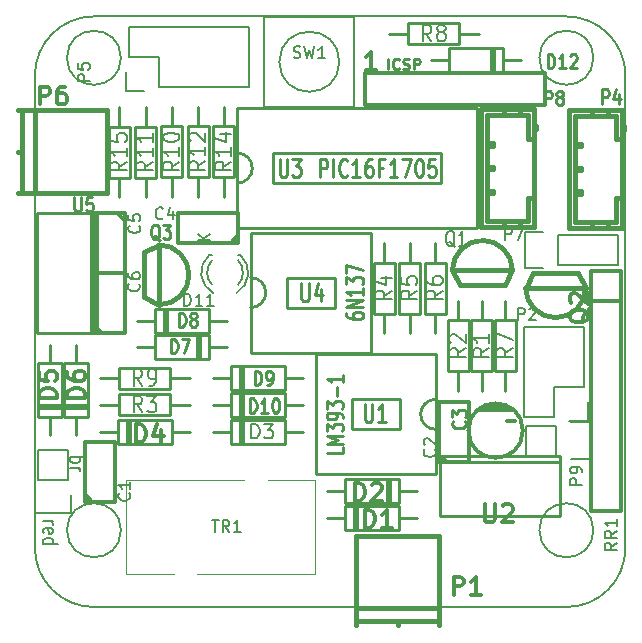
<source format=gto>
G04 #@! TF.FileFunction,Legend,Top*
%FSLAX46Y46*%
G04 Gerber Fmt 4.6, Leading zero omitted, Abs format (unit mm)*
G04 Created by KiCad (PCBNEW 4.0.2+dfsg1-stable) date Sa 04 Feb 2017 00:32:55 CET*
%MOMM*%
G01*
G04 APERTURE LIST*
%ADD10C,0.100000*%
%ADD11C,0.200000*%
%ADD12C,0.300000*%
%ADD13C,0.150000*%
%ADD14C,0.381000*%
%ADD15C,0.254000*%
%ADD16C,0.304800*%
%ADD17C,0.317500*%
%ADD18C,0.285750*%
%ADD19C,0.287020*%
%ADD20C,0.250000*%
%ADD21C,0.203200*%
%ADD22C,0.222250*%
G04 APERTURE END LIST*
D10*
D11*
X98009143Y-117332190D02*
X99209143Y-117332190D01*
X98752000Y-117332190D02*
X98809143Y-117427428D01*
X98809143Y-117617905D01*
X98752000Y-117713143D01*
X98694857Y-117760762D01*
X98580571Y-117808381D01*
X98237714Y-117808381D01*
X98123429Y-117760762D01*
X98066286Y-117713143D01*
X98009143Y-117617905D01*
X98009143Y-117427428D01*
X98066286Y-117332190D01*
X98009143Y-118236952D02*
X98809143Y-118236952D01*
X98580571Y-118236952D02*
X98694857Y-118284571D01*
X98752000Y-118332190D01*
X98809143Y-118427428D01*
X98809143Y-118522667D01*
X95723143Y-122745619D02*
X96523143Y-122745619D01*
X96294571Y-122745619D02*
X96408857Y-122793238D01*
X96466000Y-122840857D01*
X96523143Y-122936095D01*
X96523143Y-123031334D01*
X95780286Y-123745620D02*
X95723143Y-123650382D01*
X95723143Y-123459905D01*
X95780286Y-123364667D01*
X95894571Y-123317048D01*
X96351714Y-123317048D01*
X96466000Y-123364667D01*
X96523143Y-123459905D01*
X96523143Y-123650382D01*
X96466000Y-123745620D01*
X96351714Y-123793239D01*
X96237429Y-123793239D01*
X96123143Y-123317048D01*
X95723143Y-124650382D02*
X96923143Y-124650382D01*
X95780286Y-124650382D02*
X95723143Y-124555144D01*
X95723143Y-124364667D01*
X95780286Y-124269429D01*
X95837429Y-124221810D01*
X95951714Y-124174191D01*
X96294571Y-124174191D01*
X96408857Y-124221810D01*
X96466000Y-124269429D01*
X96523143Y-124364667D01*
X96523143Y-124555144D01*
X96466000Y-124650382D01*
D12*
X123872572Y-84498571D02*
X123015429Y-84498571D01*
X123444001Y-84498571D02*
X123444001Y-82998571D01*
X123301144Y-83212857D01*
X123158286Y-83355714D01*
X123015429Y-83427143D01*
D13*
X100000000Y-80000000D02*
G75*
G03X95000000Y-85000000I0J-5000000D01*
G01*
X145000000Y-85000000D02*
G75*
G03X140000000Y-80000000I-5000000J0D01*
G01*
X140000000Y-130000000D02*
G75*
G03X145000000Y-125000000I0J5000000D01*
G01*
X95000000Y-125000000D02*
G75*
G03X100000000Y-130000000I5000000J0D01*
G01*
X95000000Y-85000000D02*
X95000000Y-125000000D01*
X140000000Y-80000000D02*
X100000000Y-80000000D01*
X145000000Y-125000000D02*
X145000000Y-85000000D01*
X100000000Y-130000000D02*
X140000000Y-130000000D01*
D14*
X125730000Y-131162000D02*
X125730000Y-131562000D01*
X122230000Y-130062000D02*
X129230000Y-130062000D01*
X122230000Y-131162000D02*
X129230000Y-131162000D01*
X122230000Y-123962000D02*
X122230000Y-131562000D01*
X129230000Y-131562000D02*
X129230000Y-123962000D01*
X129230000Y-123962000D02*
X122230000Y-123962000D01*
D13*
X102286000Y-83500000D02*
G75*
G03X102286000Y-83500000I-2286000J0D01*
G01*
X142286000Y-83500000D02*
G75*
G03X142286000Y-83500000I-2286000J0D01*
G01*
X142286000Y-123500000D02*
G75*
G03X142286000Y-123500000I-2286000J0D01*
G01*
X102286000Y-123500000D02*
G75*
G03X102286000Y-123500000I-2286000J0D01*
G01*
D14*
X135432800Y-101498400D02*
X130352800Y-101498400D01*
X135432800Y-101498400D02*
X134797800Y-102768400D01*
X134797800Y-102768400D02*
X130987800Y-102768400D01*
X130987800Y-102768400D02*
X130352800Y-101498400D01*
X135432800Y-101498400D02*
G75*
G03X132892800Y-98958400I-2540000J0D01*
G01*
X132892800Y-98958400D02*
G75*
G03X130352800Y-101498400I0J-2540000D01*
G01*
D15*
X121818400Y-112420400D02*
X125882400Y-112420400D01*
X125882400Y-114960400D02*
X121818400Y-114960400D01*
X118770400Y-108610400D02*
X128930400Y-108610400D01*
X118770400Y-118770400D02*
X128930400Y-118770400D01*
X127660400Y-113690400D02*
G75*
G03X128930400Y-114960400I1270000J0D01*
G01*
X128930400Y-112420400D02*
G75*
G03X127660400Y-113690400I0J-1270000D01*
G01*
X125882400Y-114960400D02*
X125882400Y-112420400D01*
X121818400Y-112420400D02*
X121818400Y-114960400D01*
X118770400Y-118770400D02*
X118770400Y-108610400D01*
X128930400Y-108610400D02*
X128930400Y-118770400D01*
D13*
X105549700Y-85991700D02*
X113169700Y-85991700D01*
X113169700Y-85991700D02*
X113169700Y-80911700D01*
X113169700Y-80911700D02*
X103009700Y-80911700D01*
X103009700Y-80911700D02*
X103009700Y-83451700D01*
X102729700Y-84721700D02*
X102729700Y-86271700D01*
X103009700Y-83451700D02*
X105549700Y-83451700D01*
X105549700Y-83451700D02*
X105549700Y-85991700D01*
X102729700Y-86271700D02*
X104279700Y-86271700D01*
D15*
X129413000Y-94107000D02*
X115189000Y-94107000D01*
X115189000Y-91567000D02*
X129413000Y-91567000D01*
X132461000Y-87757000D02*
X112141000Y-87757000D01*
X112141000Y-97917000D02*
X132461000Y-97917000D01*
X113411000Y-92837000D02*
G75*
G03X112141000Y-91567000I-1270000J0D01*
G01*
X112141000Y-94107000D02*
G75*
G03X113411000Y-92837000I0J1270000D01*
G01*
X115189000Y-91567000D02*
X115189000Y-94107000D01*
X129413000Y-94107000D02*
X129413000Y-91567000D01*
X132461000Y-87757000D02*
X132461000Y-97917000D01*
X112141000Y-97917000D02*
X112141000Y-87757000D01*
D16*
X99212400Y-121056400D02*
X99212400Y-116027200D01*
X99212400Y-116027200D02*
X101752400Y-116027200D01*
X101752400Y-116027200D02*
X101752400Y-121107200D01*
X101752400Y-121107200D02*
X99212400Y-121107200D01*
X99847400Y-121107200D02*
X99212400Y-120472200D01*
X129235200Y-117703600D02*
X129235200Y-112674400D01*
X129235200Y-112674400D02*
X131775200Y-112674400D01*
X131775200Y-112674400D02*
X131775200Y-117754400D01*
X131775200Y-117754400D02*
X129235200Y-117754400D01*
X129870200Y-117754400D02*
X129235200Y-117119400D01*
X112166400Y-99161600D02*
X107137200Y-99161600D01*
X107137200Y-99161600D02*
X107137200Y-96621600D01*
X107137200Y-96621600D02*
X112217200Y-96621600D01*
X112217200Y-96621600D02*
X112217200Y-99161600D01*
X112217200Y-98526600D02*
X111582200Y-99161600D01*
D15*
X122021600Y-121462800D02*
X122021600Y-123494800D01*
X122275600Y-123494800D02*
X122275600Y-121462800D01*
X119735600Y-122478800D02*
X121259600Y-122478800D01*
X125831600Y-122478800D02*
X127355600Y-122478800D01*
X125831600Y-123494800D02*
X121259600Y-123494800D01*
X121259600Y-123494800D02*
X121259600Y-121462800D01*
X121259600Y-121462800D02*
X125831600Y-121462800D01*
X125831600Y-121462800D02*
X125831600Y-123494800D01*
X125069600Y-121208800D02*
X125069600Y-119176800D01*
X124815600Y-119176800D02*
X124815600Y-121208800D01*
X127355600Y-120192800D02*
X125831600Y-120192800D01*
X121259600Y-120192800D02*
X119735600Y-120192800D01*
X121259600Y-119176800D02*
X125831600Y-119176800D01*
X125831600Y-119176800D02*
X125831600Y-121208800D01*
X125831600Y-121208800D02*
X121259600Y-121208800D01*
X121259600Y-121208800D02*
X121259600Y-119176800D01*
X112344200Y-114173000D02*
X112344200Y-116205000D01*
X112598200Y-116205000D02*
X112598200Y-114173000D01*
X110058200Y-115189000D02*
X111582200Y-115189000D01*
X116154200Y-115189000D02*
X117678200Y-115189000D01*
X116154200Y-116205000D02*
X111582200Y-116205000D01*
X111582200Y-116205000D02*
X111582200Y-114173000D01*
X111582200Y-114173000D02*
X116154200Y-114173000D01*
X116154200Y-114173000D02*
X116154200Y-116205000D01*
X102768400Y-114198400D02*
X102768400Y-116230400D01*
X103022400Y-116230400D02*
X103022400Y-114198400D01*
X100482400Y-115214400D02*
X102006400Y-115214400D01*
X106578400Y-115214400D02*
X108102400Y-115214400D01*
X106578400Y-116230400D02*
X102006400Y-116230400D01*
X102006400Y-116230400D02*
X102006400Y-114198400D01*
X102006400Y-114198400D02*
X106578400Y-114198400D01*
X106578400Y-114198400D02*
X106578400Y-116230400D01*
X95250000Y-113182400D02*
X97282000Y-113182400D01*
X97282000Y-112928400D02*
X95250000Y-112928400D01*
X96266000Y-115468400D02*
X96266000Y-113944400D01*
X96266000Y-109372400D02*
X96266000Y-107848400D01*
X97282000Y-109372400D02*
X97282000Y-113944400D01*
X97282000Y-113944400D02*
X95250000Y-113944400D01*
X95250000Y-113944400D02*
X95250000Y-109372400D01*
X95250000Y-109372400D02*
X97282000Y-109372400D01*
X97485200Y-113182400D02*
X99517200Y-113182400D01*
X99517200Y-112928400D02*
X97485200Y-112928400D01*
X98501200Y-115468400D02*
X98501200Y-113944400D01*
X98501200Y-109372400D02*
X98501200Y-107848400D01*
X99517200Y-109372400D02*
X99517200Y-113944400D01*
X99517200Y-113944400D02*
X97485200Y-113944400D01*
X97485200Y-113944400D02*
X97485200Y-109372400D01*
X97485200Y-109372400D02*
X99517200Y-109372400D01*
X109016800Y-109016800D02*
X109016800Y-106984800D01*
X108762800Y-106984800D02*
X108762800Y-109016800D01*
X111302800Y-108000800D02*
X109778800Y-108000800D01*
X105206800Y-108000800D02*
X103682800Y-108000800D01*
X105206800Y-106984800D02*
X109778800Y-106984800D01*
X109778800Y-106984800D02*
X109778800Y-109016800D01*
X109778800Y-109016800D02*
X105206800Y-109016800D01*
X105206800Y-109016800D02*
X105206800Y-106984800D01*
X105968800Y-104800400D02*
X105968800Y-106832400D01*
X106222800Y-106832400D02*
X106222800Y-104800400D01*
X103682800Y-105816400D02*
X105206800Y-105816400D01*
X109778800Y-105816400D02*
X111302800Y-105816400D01*
X109778800Y-106832400D02*
X105206800Y-106832400D01*
X105206800Y-106832400D02*
X105206800Y-104800400D01*
X105206800Y-104800400D02*
X109778800Y-104800400D01*
X109778800Y-104800400D02*
X109778800Y-106832400D01*
X112395000Y-109601000D02*
X112395000Y-111633000D01*
X112649000Y-111633000D02*
X112649000Y-109601000D01*
X110109000Y-110617000D02*
X111633000Y-110617000D01*
X116205000Y-110617000D02*
X117729000Y-110617000D01*
X116205000Y-111633000D02*
X111633000Y-111633000D01*
X111633000Y-111633000D02*
X111633000Y-109601000D01*
X111633000Y-109601000D02*
X116205000Y-109601000D01*
X116205000Y-109601000D02*
X116205000Y-111633000D01*
D13*
X141528800Y-111404400D02*
X141528800Y-106324400D01*
X141808800Y-114224400D02*
X140258800Y-114224400D01*
X138988800Y-113944400D02*
X138988800Y-111404400D01*
X138988800Y-111404400D02*
X141528800Y-111404400D01*
X141528800Y-106324400D02*
X136448800Y-106324400D01*
X136448800Y-106324400D02*
X136448800Y-111404400D01*
X141808800Y-114224400D02*
X141808800Y-112674400D01*
X136448800Y-113944400D02*
X138988800Y-113944400D01*
X136448800Y-111404400D02*
X136448800Y-113944400D01*
D14*
X136550400Y-102971600D02*
X141630400Y-102971600D01*
X136550400Y-102971600D02*
X137185400Y-101701600D01*
X137185400Y-101701600D02*
X140995400Y-101701600D01*
X140995400Y-101701600D02*
X141630400Y-102971600D01*
X136550400Y-102971600D02*
G75*
G03X139090400Y-105511600I2540000J0D01*
G01*
X139090400Y-105511600D02*
G75*
G03X141630400Y-102971600I0J2540000D01*
G01*
D15*
X132842000Y-110058200D02*
X132842000Y-111709200D01*
X132842000Y-105740200D02*
X132842000Y-104089200D01*
X133731000Y-105740200D02*
X131953000Y-105740200D01*
X131953000Y-105740200D02*
X131953000Y-110058200D01*
X131953000Y-110058200D02*
X133731000Y-110058200D01*
X133731000Y-110058200D02*
X133731000Y-105740200D01*
X130860800Y-110058200D02*
X130860800Y-111709200D01*
X130860800Y-105740200D02*
X130860800Y-104089200D01*
X131749800Y-105740200D02*
X129971800Y-105740200D01*
X129971800Y-105740200D02*
X129971800Y-110058200D01*
X129971800Y-110058200D02*
X131749800Y-110058200D01*
X131749800Y-110058200D02*
X131749800Y-105740200D01*
X106451400Y-112877600D02*
X108102400Y-112877600D01*
X102133400Y-112877600D02*
X100482400Y-112877600D01*
X102133400Y-111988600D02*
X102133400Y-113766600D01*
X102133400Y-113766600D02*
X106451400Y-113766600D01*
X106451400Y-113766600D02*
X106451400Y-111988600D01*
X106451400Y-111988600D02*
X102133400Y-111988600D01*
X124587000Y-105156000D02*
X124587000Y-106807000D01*
X124587000Y-100838000D02*
X124587000Y-99187000D01*
X125476000Y-100838000D02*
X123698000Y-100838000D01*
X123698000Y-100838000D02*
X123698000Y-105156000D01*
X123698000Y-105156000D02*
X125476000Y-105156000D01*
X125476000Y-105156000D02*
X125476000Y-100838000D01*
X126746000Y-105156000D02*
X126746000Y-106807000D01*
X126746000Y-100838000D02*
X126746000Y-99187000D01*
X127635000Y-100838000D02*
X125857000Y-100838000D01*
X125857000Y-100838000D02*
X125857000Y-105156000D01*
X125857000Y-105156000D02*
X127635000Y-105156000D01*
X127635000Y-105156000D02*
X127635000Y-100838000D01*
X128905000Y-105156000D02*
X128905000Y-106807000D01*
X128905000Y-100838000D02*
X128905000Y-99187000D01*
X129794000Y-100838000D02*
X128016000Y-100838000D01*
X128016000Y-100838000D02*
X128016000Y-105156000D01*
X128016000Y-105156000D02*
X129794000Y-105156000D01*
X129794000Y-105156000D02*
X129794000Y-100838000D01*
X134823200Y-110058200D02*
X134823200Y-111709200D01*
X134823200Y-105740200D02*
X134823200Y-104089200D01*
X135712200Y-105740200D02*
X133934200Y-105740200D01*
X133934200Y-105740200D02*
X133934200Y-110058200D01*
X133934200Y-110058200D02*
X135712200Y-110058200D01*
X135712200Y-110058200D02*
X135712200Y-105740200D01*
X130937000Y-81483200D02*
X132588000Y-81483200D01*
X126619000Y-81483200D02*
X124968000Y-81483200D01*
X126619000Y-80594200D02*
X126619000Y-82372200D01*
X126619000Y-82372200D02*
X130937000Y-82372200D01*
X130937000Y-82372200D02*
X130937000Y-80594200D01*
X130937000Y-80594200D02*
X126619000Y-80594200D01*
D17*
X144627600Y-101549200D02*
X144627600Y-121869200D01*
X142087600Y-121869200D02*
X142087600Y-101549200D01*
D16*
X144627600Y-104089200D02*
X142087600Y-104089200D01*
D17*
X144627600Y-121869200D02*
X142087600Y-121869200D01*
D16*
X142087600Y-101549200D02*
X144627600Y-101549200D01*
D10*
X106744000Y-127240800D02*
X102744000Y-127240800D01*
X118744000Y-127240800D02*
X108744000Y-127240800D01*
X112744000Y-119240800D02*
X102744000Y-119240800D01*
X118744000Y-119240800D02*
X114744000Y-119240800D01*
X102744000Y-119240800D02*
X102744000Y-127240800D01*
X118744000Y-119240800D02*
X118744000Y-127240800D01*
D16*
X102616000Y-96723200D02*
X102616000Y-101752400D01*
X102616000Y-101752400D02*
X100076000Y-101752400D01*
X100076000Y-101752400D02*
X100076000Y-96672400D01*
X100076000Y-96672400D02*
X102616000Y-96672400D01*
X101981000Y-96672400D02*
X102616000Y-97307400D01*
X100076000Y-106781600D02*
X100076000Y-101752400D01*
X100076000Y-101752400D02*
X102616000Y-101752400D01*
X102616000Y-101752400D02*
X102616000Y-106832400D01*
X102616000Y-106832400D02*
X100076000Y-106832400D01*
X100711000Y-106832400D02*
X100076000Y-106197400D01*
D15*
X112395000Y-111887000D02*
X112395000Y-113919000D01*
X112649000Y-113919000D02*
X112649000Y-111887000D01*
X110109000Y-112903000D02*
X111633000Y-112903000D01*
X116205000Y-112903000D02*
X117729000Y-112903000D01*
X116205000Y-113919000D02*
X111633000Y-113919000D01*
X111633000Y-113919000D02*
X111633000Y-111887000D01*
X111633000Y-111887000D02*
X116205000Y-111887000D01*
X116205000Y-111887000D02*
X116205000Y-113919000D01*
D13*
X109785600Y-100181800D02*
X109985600Y-100181800D01*
X112379600Y-100181800D02*
X112199600Y-100181800D01*
X112069243Y-103409544D02*
G75*
G03X112385600Y-100181800I-1003643J1727744D01*
G01*
X112198668Y-102733806D02*
G75*
G03X112199600Y-100630800I-1133068J1052006D01*
G01*
X109758874Y-100194580D02*
G75*
G03X110105600Y-103431800I1306726J-1497220D01*
G01*
X109986347Y-100667911D02*
G75*
G03X110005600Y-102715800I1079253J-1013889D01*
G01*
D16*
X122986800Y-87528400D02*
X138226800Y-87528400D01*
X138226800Y-87528400D02*
X138226800Y-84785200D01*
X138226800Y-84785200D02*
X122986800Y-84785200D01*
X122986800Y-84785200D02*
X122986800Y-87528400D01*
D13*
X95250000Y-119227600D02*
X95250000Y-116687600D01*
X94970000Y-122047600D02*
X94970000Y-120497600D01*
X95250000Y-119227600D02*
X97790000Y-119227600D01*
X98070000Y-120497600D02*
X98070000Y-122047600D01*
X98070000Y-122047600D02*
X94970000Y-122047600D01*
X97790000Y-119227600D02*
X97790000Y-116687600D01*
X97790000Y-116687600D02*
X95250000Y-116687600D01*
D14*
X93932800Y-91440000D02*
X93532800Y-91440000D01*
X95032800Y-87940000D02*
X95032800Y-94940000D01*
X93932800Y-87940000D02*
X93932800Y-94940000D01*
X101132800Y-87940000D02*
X93532800Y-87940000D01*
X93532800Y-94940000D02*
X101132800Y-94940000D01*
X101132800Y-94940000D02*
X101132800Y-87940000D01*
X105511600Y-104419400D02*
X105511600Y-99339400D01*
X105511600Y-104419400D02*
X104241600Y-103784400D01*
X104241600Y-103784400D02*
X104241600Y-99974400D01*
X104241600Y-99974400D02*
X105511600Y-99339400D01*
X105511600Y-104419400D02*
G75*
G03X108051600Y-101879400I0J2540000D01*
G01*
X108051600Y-101879400D02*
G75*
G03X105511600Y-99339400I-2540000J0D01*
G01*
D15*
X102133400Y-110617000D02*
X100482400Y-110617000D01*
X106451400Y-110617000D02*
X108102400Y-110617000D01*
X106451400Y-111506000D02*
X106451400Y-109728000D01*
X106451400Y-109728000D02*
X102133400Y-109728000D01*
X102133400Y-109728000D02*
X102133400Y-111506000D01*
X102133400Y-111506000D02*
X106451400Y-111506000D01*
X106603800Y-93624400D02*
X106603800Y-95275400D01*
X106603800Y-89306400D02*
X106603800Y-87655400D01*
X107492800Y-89306400D02*
X105714800Y-89306400D01*
X105714800Y-89306400D02*
X105714800Y-93624400D01*
X105714800Y-93624400D02*
X107492800Y-93624400D01*
X107492800Y-93624400D02*
X107492800Y-89306400D01*
X104368600Y-93649800D02*
X104368600Y-95300800D01*
X104368600Y-89331800D02*
X104368600Y-87680800D01*
X105257600Y-89331800D02*
X103479600Y-89331800D01*
X103479600Y-89331800D02*
X103479600Y-93649800D01*
X103479600Y-93649800D02*
X105257600Y-93649800D01*
X105257600Y-93649800D02*
X105257600Y-89331800D01*
X108813600Y-93599000D02*
X108813600Y-95250000D01*
X108813600Y-89281000D02*
X108813600Y-87630000D01*
X109702600Y-89281000D02*
X107924600Y-89281000D01*
X107924600Y-89281000D02*
X107924600Y-93599000D01*
X107924600Y-93599000D02*
X109702600Y-93599000D01*
X109702600Y-93599000D02*
X109702600Y-89281000D01*
X110998000Y-93624400D02*
X110998000Y-95275400D01*
X110998000Y-89306400D02*
X110998000Y-87655400D01*
X111887000Y-89306400D02*
X110109000Y-89306400D01*
X110109000Y-89306400D02*
X110109000Y-93624400D01*
X110109000Y-93624400D02*
X111887000Y-93624400D01*
X111887000Y-93624400D02*
X111887000Y-89306400D01*
X102158800Y-89331800D02*
X102158800Y-87680800D01*
X102158800Y-93649800D02*
X102158800Y-95300800D01*
X101269800Y-93649800D02*
X103047800Y-93649800D01*
X103047800Y-93649800D02*
X103047800Y-89331800D01*
X103047800Y-89331800D02*
X101269800Y-89331800D01*
X101269800Y-89331800D02*
X101269800Y-93649800D01*
D13*
X139293600Y-101041200D02*
X144373600Y-101041200D01*
X144373600Y-101041200D02*
X144373600Y-98501200D01*
X144373600Y-98501200D02*
X139293600Y-98501200D01*
X136473600Y-98221200D02*
X138023600Y-98221200D01*
X139293600Y-98501200D02*
X139293600Y-101041200D01*
X138023600Y-101321200D02*
X136473600Y-101321200D01*
X136473600Y-101321200D02*
X136473600Y-98221200D01*
D15*
X129286000Y-117703600D02*
X139446000Y-117703600D01*
X129286000Y-118465600D02*
X129286000Y-122275600D01*
X129286000Y-122275600D02*
X139446000Y-122275600D01*
X139446000Y-122275600D02*
X139446000Y-117195600D01*
X139446000Y-117195600D02*
X129286000Y-117195600D01*
X129286000Y-117195600D02*
X129286000Y-118465600D01*
X99771200Y-96672400D02*
X99771200Y-106832400D01*
X99009200Y-96672400D02*
X95199200Y-96672400D01*
X95199200Y-96672400D02*
X95199200Y-106832400D01*
X95199200Y-106832400D02*
X100279200Y-106832400D01*
X100279200Y-106832400D02*
X100279200Y-96672400D01*
X100279200Y-96672400D02*
X99009200Y-96672400D01*
X120396000Y-104648000D02*
X116332000Y-104648000D01*
X116332000Y-102108000D02*
X120396000Y-102108000D01*
X123444000Y-108458000D02*
X113284000Y-108458000D01*
X123444000Y-98298000D02*
X113284000Y-98298000D01*
X114554000Y-103378000D02*
G75*
G03X113284000Y-102108000I-1270000J0D01*
G01*
X113284000Y-104648000D02*
G75*
G03X114554000Y-103378000I0J1270000D01*
G01*
X116332000Y-102108000D02*
X116332000Y-104648000D01*
X120396000Y-104648000D02*
X120396000Y-102108000D01*
X123444000Y-98298000D02*
X123444000Y-108458000D01*
X113284000Y-108458000D02*
X113284000Y-98298000D01*
D14*
X141201140Y-92997020D02*
X140700760Y-92997020D01*
X141201140Y-92798900D02*
X141201140Y-92997020D01*
X140700760Y-92798900D02*
X141201140Y-92798900D01*
X140202920Y-87896700D02*
X140202920Y-97899220D01*
X140700760Y-97398840D02*
X140700760Y-88397080D01*
X144701260Y-87896700D02*
X144701260Y-97899220D01*
X141201140Y-90995500D02*
X140700760Y-90995500D01*
X141201140Y-90797380D02*
X141201140Y-90995500D01*
X140700760Y-90797380D02*
X141201140Y-90797380D01*
X140700760Y-94797880D02*
X141201140Y-94797880D01*
X141201140Y-94797880D02*
X141201140Y-94996000D01*
X141201140Y-94996000D02*
X140700760Y-94996000D01*
X143502380Y-97899220D02*
X143502380Y-97398840D01*
X142201900Y-97398840D02*
X142201900Y-97899220D01*
X142201900Y-88397080D02*
X142201900Y-87896700D01*
X143502380Y-88397080D02*
X143502380Y-87896700D01*
X144701260Y-90396060D02*
X144200880Y-90396060D01*
X144200880Y-90396060D02*
X144200880Y-88397080D01*
X144200880Y-88397080D02*
X140700760Y-88397080D01*
X140700760Y-97398840D02*
X144200880Y-97398840D01*
X144200880Y-97398840D02*
X144200880Y-95399860D01*
X144200880Y-95399860D02*
X144701260Y-95399860D01*
X144701260Y-87896700D02*
X140202920Y-87896700D01*
X144701260Y-97899220D02*
X140202920Y-97899220D01*
X144701260Y-89595960D02*
X144901920Y-89595960D01*
X144901920Y-89595960D02*
X144901920Y-89296240D01*
X144901920Y-89296240D02*
X144701260Y-89296240D01*
D16*
X133310400Y-112962000D02*
X134710400Y-112962000D01*
X132810400Y-113162000D02*
X135210400Y-113162000D01*
X132510400Y-113362000D02*
X135510400Y-113362000D01*
D12*
X135010400Y-114262000D02*
X135610400Y-114262000D01*
D16*
X136310400Y-115062000D02*
G75*
G03X136310400Y-115062000I-2300000J0D01*
G01*
D14*
X133758940Y-92946220D02*
X133258560Y-92946220D01*
X133758940Y-92748100D02*
X133758940Y-92946220D01*
X133258560Y-92748100D02*
X133758940Y-92748100D01*
X132760720Y-87845900D02*
X132760720Y-97848420D01*
X133258560Y-97348040D02*
X133258560Y-88346280D01*
X137259060Y-87845900D02*
X137259060Y-97848420D01*
X133758940Y-90944700D02*
X133258560Y-90944700D01*
X133758940Y-90746580D02*
X133758940Y-90944700D01*
X133258560Y-90746580D02*
X133758940Y-90746580D01*
X133258560Y-94747080D02*
X133758940Y-94747080D01*
X133758940Y-94747080D02*
X133758940Y-94945200D01*
X133758940Y-94945200D02*
X133258560Y-94945200D01*
X136060180Y-97848420D02*
X136060180Y-97348040D01*
X134759700Y-97348040D02*
X134759700Y-97848420D01*
X134759700Y-88346280D02*
X134759700Y-87845900D01*
X136060180Y-88346280D02*
X136060180Y-87845900D01*
X137259060Y-90345260D02*
X136758680Y-90345260D01*
X136758680Y-90345260D02*
X136758680Y-88346280D01*
X136758680Y-88346280D02*
X133258560Y-88346280D01*
X133258560Y-97348040D02*
X136758680Y-97348040D01*
X136758680Y-97348040D02*
X136758680Y-95349060D01*
X136758680Y-95349060D02*
X137259060Y-95349060D01*
X137259060Y-87845900D02*
X132760720Y-87845900D01*
X137259060Y-97848420D02*
X132760720Y-97848420D01*
X137259060Y-89545160D02*
X137459720Y-89545160D01*
X137459720Y-89545160D02*
X137459720Y-89245440D01*
X137459720Y-89245440D02*
X137259060Y-89245440D01*
D13*
X120777000Y-83832700D02*
G75*
G03X120777000Y-83832700I-2540000J0D01*
G01*
X114427000Y-80022700D02*
X122047000Y-80022700D01*
X122047000Y-80022700D02*
X122047000Y-87642700D01*
X122047000Y-87642700D02*
X114427000Y-87642700D01*
X114427000Y-80022700D02*
X114427000Y-87642700D01*
X139141200Y-117195600D02*
X136601200Y-117195600D01*
X141961200Y-117475600D02*
X140411200Y-117475600D01*
X139141200Y-117195600D02*
X139141200Y-114655600D01*
X140411200Y-114375600D02*
X141961200Y-114375600D01*
X141961200Y-114375600D02*
X141961200Y-117475600D01*
X139141200Y-114655600D02*
X136601200Y-114655600D01*
X136601200Y-114655600D02*
X136601200Y-117195600D01*
D15*
X133858000Y-84683600D02*
X133858000Y-82651600D01*
X133604000Y-82651600D02*
X133604000Y-84683600D01*
X136144000Y-83667600D02*
X134620000Y-83667600D01*
X130048000Y-83667600D02*
X128524000Y-83667600D01*
X130048000Y-82651600D02*
X134620000Y-82651600D01*
X134620000Y-82651600D02*
X134620000Y-84683600D01*
X134620000Y-84683600D02*
X130048000Y-84683600D01*
X130048000Y-84683600D02*
X130048000Y-82651600D01*
D12*
X130464858Y-128948571D02*
X130464858Y-127448571D01*
X131036286Y-127448571D01*
X131179144Y-127520000D01*
X131250572Y-127591429D01*
X131322001Y-127734286D01*
X131322001Y-127948571D01*
X131250572Y-128091429D01*
X131179144Y-128162857D01*
X131036286Y-128234286D01*
X130464858Y-128234286D01*
X132750572Y-128948571D02*
X131893429Y-128948571D01*
X132322001Y-128948571D02*
X132322001Y-127448571D01*
X132179144Y-127662857D01*
X132036286Y-127805714D01*
X131893429Y-127877143D01*
D11*
X130562362Y-99513943D02*
X130467124Y-99456800D01*
X130371886Y-99342514D01*
X130229029Y-99171086D01*
X130133790Y-99113943D01*
X130038552Y-99113943D01*
X130086171Y-99399657D02*
X129990933Y-99342514D01*
X129895695Y-99228229D01*
X129848076Y-98999657D01*
X129848076Y-98599657D01*
X129895695Y-98371086D01*
X129990933Y-98256800D01*
X130086171Y-98199657D01*
X130276648Y-98199657D01*
X130371886Y-98256800D01*
X130467124Y-98371086D01*
X130514743Y-98599657D01*
X130514743Y-98999657D01*
X130467124Y-99228229D01*
X130371886Y-99342514D01*
X130276648Y-99399657D01*
X130086171Y-99399657D01*
X131467124Y-99399657D02*
X130895695Y-99399657D01*
X131181409Y-99399657D02*
X131181409Y-98199657D01*
X131086171Y-98371086D01*
X130990933Y-98485371D01*
X130895695Y-98542514D01*
D18*
X122916043Y-112792329D02*
X122916043Y-114026043D01*
X122970471Y-114171186D01*
X123024900Y-114243757D01*
X123133757Y-114316329D01*
X123351471Y-114316329D01*
X123460329Y-114243757D01*
X123514757Y-114171186D01*
X123569186Y-114026043D01*
X123569186Y-112792329D01*
X124712186Y-114316329D02*
X124059043Y-114316329D01*
X124385615Y-114316329D02*
X124385615Y-112792329D01*
X124276758Y-113010043D01*
X124167900Y-113155186D01*
X124059043Y-113227757D01*
D19*
D20*
X121105533Y-116491354D02*
X121105533Y-116967545D01*
X119705533Y-116967545D01*
X121105533Y-116158021D02*
X119705533Y-116158021D01*
X120705533Y-115824687D01*
X119705533Y-115491354D01*
X121105533Y-115491354D01*
X119705533Y-115110402D02*
X119705533Y-114491354D01*
X120238867Y-114824688D01*
X120238867Y-114681830D01*
X120305533Y-114586592D01*
X120372200Y-114538973D01*
X120505533Y-114491354D01*
X120838867Y-114491354D01*
X120972200Y-114538973D01*
X121038867Y-114586592D01*
X121105533Y-114681830D01*
X121105533Y-114967545D01*
X121038867Y-115062783D01*
X120972200Y-115110402D01*
X121105533Y-114015164D02*
X121105533Y-113824688D01*
X121038867Y-113729449D01*
X120972200Y-113681830D01*
X120772200Y-113586592D01*
X120505533Y-113538973D01*
X119972200Y-113538973D01*
X119838867Y-113586592D01*
X119772200Y-113634211D01*
X119705533Y-113729449D01*
X119705533Y-113919926D01*
X119772200Y-114015164D01*
X119838867Y-114062783D01*
X119972200Y-114110402D01*
X120305533Y-114110402D01*
X120438867Y-114062783D01*
X120505533Y-114015164D01*
X120572200Y-113919926D01*
X120572200Y-113729449D01*
X120505533Y-113634211D01*
X120438867Y-113586592D01*
X120305533Y-113538973D01*
X119705533Y-113205640D02*
X119705533Y-112586592D01*
X120238867Y-112919926D01*
X120238867Y-112777068D01*
X120305533Y-112681830D01*
X120372200Y-112634211D01*
X120505533Y-112586592D01*
X120838867Y-112586592D01*
X120972200Y-112634211D01*
X121038867Y-112681830D01*
X121105533Y-112777068D01*
X121105533Y-113062783D01*
X121038867Y-113158021D01*
X120972200Y-113205640D01*
X120572200Y-112158021D02*
X120572200Y-111396116D01*
X121105533Y-110396116D02*
X121105533Y-110967545D01*
X121105533Y-110681831D02*
X119705533Y-110681831D01*
X119905533Y-110777069D01*
X120038867Y-110872307D01*
X120105533Y-110967545D01*
D13*
X99632081Y-85459795D02*
X98632081Y-85459795D01*
X98632081Y-85078842D01*
X98679700Y-84983604D01*
X98727319Y-84935985D01*
X98822557Y-84888366D01*
X98965414Y-84888366D01*
X99060652Y-84935985D01*
X99108271Y-84983604D01*
X99155890Y-85078842D01*
X99155890Y-85459795D01*
X98632081Y-83983604D02*
X98632081Y-84459795D01*
X99108271Y-84507414D01*
X99060652Y-84459795D01*
X99013033Y-84364557D01*
X99013033Y-84126461D01*
X99060652Y-84031223D01*
X99108271Y-83983604D01*
X99203510Y-83935985D01*
X99441605Y-83935985D01*
X99536843Y-83983604D01*
X99584462Y-84031223D01*
X99632081Y-84126461D01*
X99632081Y-84364557D01*
X99584462Y-84459795D01*
X99536843Y-84507414D01*
D18*
X115715143Y-92065929D02*
X115715143Y-93299643D01*
X115769571Y-93444786D01*
X115824000Y-93517357D01*
X115932857Y-93589929D01*
X116150571Y-93589929D01*
X116259429Y-93517357D01*
X116313857Y-93444786D01*
X116368286Y-93299643D01*
X116368286Y-92065929D01*
X116803715Y-92065929D02*
X117511286Y-92065929D01*
X117130286Y-92646500D01*
X117293572Y-92646500D01*
X117402429Y-92719071D01*
X117456858Y-92791643D01*
X117511286Y-92936786D01*
X117511286Y-93299643D01*
X117456858Y-93444786D01*
X117402429Y-93517357D01*
X117293572Y-93589929D01*
X116967000Y-93589929D01*
X116858143Y-93517357D01*
X116803715Y-93444786D01*
D19*
D18*
X119116930Y-93589929D02*
X119116930Y-92065929D01*
X119552358Y-92065929D01*
X119661216Y-92138500D01*
X119715644Y-92211071D01*
X119770073Y-92356214D01*
X119770073Y-92573929D01*
X119715644Y-92719071D01*
X119661216Y-92791643D01*
X119552358Y-92864214D01*
X119116930Y-92864214D01*
X120259930Y-93589929D02*
X120259930Y-92065929D01*
X121457359Y-93444786D02*
X121402930Y-93517357D01*
X121239644Y-93589929D01*
X121130787Y-93589929D01*
X120967502Y-93517357D01*
X120858644Y-93372214D01*
X120804216Y-93227071D01*
X120749787Y-92936786D01*
X120749787Y-92719071D01*
X120804216Y-92428786D01*
X120858644Y-92283643D01*
X120967502Y-92138500D01*
X121130787Y-92065929D01*
X121239644Y-92065929D01*
X121402930Y-92138500D01*
X121457359Y-92211071D01*
X122545930Y-93589929D02*
X121892787Y-93589929D01*
X122219359Y-93589929D02*
X122219359Y-92065929D01*
X122110502Y-92283643D01*
X122001644Y-92428786D01*
X121892787Y-92501357D01*
X123525644Y-92065929D02*
X123307930Y-92065929D01*
X123199073Y-92138500D01*
X123144644Y-92211071D01*
X123035787Y-92428786D01*
X122981358Y-92719071D01*
X122981358Y-93299643D01*
X123035787Y-93444786D01*
X123090215Y-93517357D01*
X123199073Y-93589929D01*
X123416787Y-93589929D01*
X123525644Y-93517357D01*
X123580073Y-93444786D01*
X123634501Y-93299643D01*
X123634501Y-92936786D01*
X123580073Y-92791643D01*
X123525644Y-92719071D01*
X123416787Y-92646500D01*
X123199073Y-92646500D01*
X123090215Y-92719071D01*
X123035787Y-92791643D01*
X122981358Y-92936786D01*
X124505358Y-92791643D02*
X124124358Y-92791643D01*
X124124358Y-93589929D02*
X124124358Y-92065929D01*
X124668644Y-92065929D01*
X125702786Y-93589929D02*
X125049643Y-93589929D01*
X125376215Y-93589929D02*
X125376215Y-92065929D01*
X125267358Y-92283643D01*
X125158500Y-92428786D01*
X125049643Y-92501357D01*
X126083786Y-92065929D02*
X126845786Y-92065929D01*
X126355929Y-93589929D01*
X127498928Y-92065929D02*
X127607785Y-92065929D01*
X127716642Y-92138500D01*
X127771071Y-92211071D01*
X127825500Y-92356214D01*
X127879928Y-92646500D01*
X127879928Y-93009357D01*
X127825500Y-93299643D01*
X127771071Y-93444786D01*
X127716642Y-93517357D01*
X127607785Y-93589929D01*
X127498928Y-93589929D01*
X127390071Y-93517357D01*
X127335642Y-93444786D01*
X127281214Y-93299643D01*
X127226785Y-93009357D01*
X127226785Y-92646500D01*
X127281214Y-92356214D01*
X127335642Y-92211071D01*
X127390071Y-92138500D01*
X127498928Y-92065929D01*
X128914071Y-92065929D02*
X128369785Y-92065929D01*
X128315356Y-92791643D01*
X128369785Y-92719071D01*
X128478642Y-92646500D01*
X128750785Y-92646500D01*
X128859642Y-92719071D01*
X128914071Y-92791643D01*
X128968499Y-92936786D01*
X128968499Y-93299643D01*
X128914071Y-93444786D01*
X128859642Y-93517357D01*
X128750785Y-93589929D01*
X128478642Y-93589929D01*
X128369785Y-93517357D01*
X128315356Y-93444786D01*
D19*
D21*
X102978857Y-120362133D02*
X103027238Y-120410514D01*
X103075619Y-120555657D01*
X103075619Y-120652419D01*
X103027238Y-120797561D01*
X102930476Y-120894323D01*
X102833714Y-120942704D01*
X102640190Y-120991085D01*
X102495048Y-120991085D01*
X102301524Y-120942704D01*
X102204762Y-120894323D01*
X102108000Y-120797561D01*
X102059619Y-120652419D01*
X102059619Y-120555657D01*
X102108000Y-120410514D01*
X102156381Y-120362133D01*
X103075619Y-119394514D02*
X103075619Y-119975085D01*
X103075619Y-119684799D02*
X102059619Y-119684799D01*
X102204762Y-119781561D01*
X102301524Y-119878323D01*
X102349905Y-119975085D01*
X128836057Y-116653733D02*
X128884438Y-116702114D01*
X128932819Y-116847257D01*
X128932819Y-116944019D01*
X128884438Y-117089161D01*
X128787676Y-117185923D01*
X128690914Y-117234304D01*
X128497390Y-117282685D01*
X128352248Y-117282685D01*
X128158724Y-117234304D01*
X128061962Y-117185923D01*
X127965200Y-117089161D01*
X127916819Y-116944019D01*
X127916819Y-116847257D01*
X127965200Y-116702114D01*
X128013581Y-116653733D01*
X128013581Y-116266685D02*
X127965200Y-116218304D01*
X127916819Y-116121542D01*
X127916819Y-115879638D01*
X127965200Y-115782876D01*
X128013581Y-115734495D01*
X128110343Y-115686114D01*
X128207105Y-115686114D01*
X128352248Y-115734495D01*
X128932819Y-116315066D01*
X128932819Y-115686114D01*
X105850267Y-97086057D02*
X105801886Y-97134438D01*
X105656743Y-97182819D01*
X105559981Y-97182819D01*
X105414839Y-97134438D01*
X105318077Y-97037676D01*
X105269696Y-96940914D01*
X105221315Y-96747390D01*
X105221315Y-96602248D01*
X105269696Y-96408724D01*
X105318077Y-96311962D01*
X105414839Y-96215200D01*
X105559981Y-96166819D01*
X105656743Y-96166819D01*
X105801886Y-96215200D01*
X105850267Y-96263581D01*
X106721124Y-96505486D02*
X106721124Y-97182819D01*
X106479220Y-96118438D02*
X106237315Y-96844152D01*
X106866267Y-96844152D01*
D16*
X122916043Y-123282529D02*
X122916043Y-121758529D01*
X123278900Y-121758529D01*
X123496615Y-121831100D01*
X123641757Y-121976243D01*
X123714329Y-122121386D01*
X123786900Y-122411671D01*
X123786900Y-122629386D01*
X123714329Y-122919671D01*
X123641757Y-123064814D01*
X123496615Y-123209957D01*
X123278900Y-123282529D01*
X122916043Y-123282529D01*
X125238329Y-123282529D02*
X124367472Y-123282529D01*
X124802900Y-123282529D02*
X124802900Y-121758529D01*
X124657757Y-121976243D01*
X124512615Y-122121386D01*
X124367472Y-122193957D01*
X122065143Y-121009229D02*
X122065143Y-119485229D01*
X122428000Y-119485229D01*
X122645715Y-119557800D01*
X122790857Y-119702943D01*
X122863429Y-119848086D01*
X122936000Y-120138371D01*
X122936000Y-120356086D01*
X122863429Y-120646371D01*
X122790857Y-120791514D01*
X122645715Y-120936657D01*
X122428000Y-121009229D01*
X122065143Y-121009229D01*
X123516572Y-119630371D02*
X123589143Y-119557800D01*
X123734286Y-119485229D01*
X124097143Y-119485229D01*
X124242286Y-119557800D01*
X124314857Y-119630371D01*
X124387429Y-119775514D01*
X124387429Y-119920657D01*
X124314857Y-120138371D01*
X123444000Y-121009229D01*
X124387429Y-121009229D01*
D11*
X113338086Y-115719157D02*
X113338086Y-114519157D01*
X113623801Y-114519157D01*
X113795229Y-114576300D01*
X113909515Y-114690586D01*
X113966658Y-114804871D01*
X114023801Y-115033443D01*
X114023801Y-115204871D01*
X113966658Y-115433443D01*
X113909515Y-115547729D01*
X113795229Y-115662014D01*
X113623801Y-115719157D01*
X113338086Y-115719157D01*
X114423801Y-114519157D02*
X115166658Y-114519157D01*
X114766658Y-114976300D01*
X114938086Y-114976300D01*
X115052372Y-115033443D01*
X115109515Y-115090586D01*
X115166658Y-115204871D01*
X115166658Y-115490586D01*
X115109515Y-115604871D01*
X115052372Y-115662014D01*
X114938086Y-115719157D01*
X114595229Y-115719157D01*
X114480943Y-115662014D01*
X114423801Y-115604871D01*
D16*
X103523143Y-116068929D02*
X103523143Y-114544929D01*
X103886000Y-114544929D01*
X104103715Y-114617500D01*
X104248857Y-114762643D01*
X104321429Y-114907786D01*
X104394000Y-115198071D01*
X104394000Y-115415786D01*
X104321429Y-115706071D01*
X104248857Y-115851214D01*
X104103715Y-115996357D01*
X103886000Y-116068929D01*
X103523143Y-116068929D01*
X105700286Y-115052929D02*
X105700286Y-116068929D01*
X105337429Y-114472357D02*
X104974572Y-115560929D01*
X105918000Y-115560929D01*
X96869069Y-112338757D02*
X95345069Y-112338757D01*
X95345069Y-111975900D01*
X95417640Y-111758185D01*
X95562783Y-111613043D01*
X95707926Y-111540471D01*
X95998211Y-111467900D01*
X96215926Y-111467900D01*
X96506211Y-111540471D01*
X96651354Y-111613043D01*
X96796497Y-111758185D01*
X96869069Y-111975900D01*
X96869069Y-112338757D01*
X95345069Y-110089043D02*
X95345069Y-110814757D01*
X96070783Y-110887328D01*
X95998211Y-110814757D01*
X95925640Y-110669614D01*
X95925640Y-110306757D01*
X95998211Y-110161614D01*
X96070783Y-110089043D01*
X96215926Y-110016471D01*
X96578783Y-110016471D01*
X96723926Y-110089043D01*
X96796497Y-110161614D01*
X96869069Y-110306757D01*
X96869069Y-110669614D01*
X96796497Y-110814757D01*
X96723926Y-110887328D01*
X99271909Y-112313357D02*
X97747909Y-112313357D01*
X97747909Y-111950500D01*
X97820480Y-111732785D01*
X97965623Y-111587643D01*
X98110766Y-111515071D01*
X98401051Y-111442500D01*
X98618766Y-111442500D01*
X98909051Y-111515071D01*
X99054194Y-111587643D01*
X99199337Y-111732785D01*
X99271909Y-111950500D01*
X99271909Y-112313357D01*
X97747909Y-110136214D02*
X97747909Y-110426500D01*
X97820480Y-110571643D01*
X97893051Y-110644214D01*
X98110766Y-110789357D01*
X98401051Y-110861928D01*
X98981623Y-110861928D01*
X99126766Y-110789357D01*
X99199337Y-110716785D01*
X99271909Y-110571643D01*
X99271909Y-110281357D01*
X99199337Y-110136214D01*
X99126766Y-110063643D01*
X98981623Y-109991071D01*
X98618766Y-109991071D01*
X98473623Y-110063643D01*
X98401051Y-110136214D01*
X98328480Y-110281357D01*
X98328480Y-110571643D01*
X98401051Y-110716785D01*
X98473623Y-110789357D01*
X98618766Y-110861928D01*
D20*
X106510865Y-108518257D02*
X106510865Y-107318257D01*
X106748960Y-107318257D01*
X106891818Y-107375400D01*
X106987056Y-107489686D01*
X107034675Y-107603971D01*
X107082294Y-107832543D01*
X107082294Y-108003971D01*
X107034675Y-108232543D01*
X106987056Y-108346829D01*
X106891818Y-108461114D01*
X106748960Y-108518257D01*
X106510865Y-108518257D01*
X107415627Y-107318257D02*
X108082294Y-107318257D01*
X107653722Y-108518257D01*
X107186505Y-106290677D02*
X107186505Y-105090677D01*
X107424600Y-105090677D01*
X107567458Y-105147820D01*
X107662696Y-105262106D01*
X107710315Y-105376391D01*
X107757934Y-105604963D01*
X107757934Y-105776391D01*
X107710315Y-106004963D01*
X107662696Y-106119249D01*
X107567458Y-106233534D01*
X107424600Y-106290677D01*
X107186505Y-106290677D01*
X108329362Y-105604963D02*
X108234124Y-105547820D01*
X108186505Y-105490677D01*
X108138886Y-105376391D01*
X108138886Y-105319249D01*
X108186505Y-105204963D01*
X108234124Y-105147820D01*
X108329362Y-105090677D01*
X108519839Y-105090677D01*
X108615077Y-105147820D01*
X108662696Y-105204963D01*
X108710315Y-105319249D01*
X108710315Y-105376391D01*
X108662696Y-105490677D01*
X108615077Y-105547820D01*
X108519839Y-105604963D01*
X108329362Y-105604963D01*
X108234124Y-105662106D01*
X108186505Y-105719249D01*
X108138886Y-105833534D01*
X108138886Y-106062106D01*
X108186505Y-106176391D01*
X108234124Y-106233534D01*
X108329362Y-106290677D01*
X108519839Y-106290677D01*
X108615077Y-106233534D01*
X108662696Y-106176391D01*
X108710315Y-106062106D01*
X108710315Y-105833534D01*
X108662696Y-105719249D01*
X108615077Y-105662106D01*
X108519839Y-105604963D01*
X113600005Y-111215737D02*
X113600005Y-110015737D01*
X113838100Y-110015737D01*
X113980958Y-110072880D01*
X114076196Y-110187166D01*
X114123815Y-110301451D01*
X114171434Y-110530023D01*
X114171434Y-110701451D01*
X114123815Y-110930023D01*
X114076196Y-111044309D01*
X113980958Y-111158594D01*
X113838100Y-111215737D01*
X113600005Y-111215737D01*
X114647624Y-111215737D02*
X114838100Y-111215737D01*
X114933339Y-111158594D01*
X114980958Y-111101451D01*
X115076196Y-110930023D01*
X115123815Y-110701451D01*
X115123815Y-110244309D01*
X115076196Y-110130023D01*
X115028577Y-110072880D01*
X114933339Y-110015737D01*
X114742862Y-110015737D01*
X114647624Y-110072880D01*
X114600005Y-110130023D01*
X114552386Y-110244309D01*
X114552386Y-110530023D01*
X114600005Y-110644309D01*
X114647624Y-110701451D01*
X114742862Y-110758594D01*
X114933339Y-110758594D01*
X115028577Y-110701451D01*
X115076196Y-110644309D01*
X115123815Y-110530023D01*
D13*
X135901205Y-105697281D02*
X135901205Y-104697281D01*
X136282158Y-104697281D01*
X136377396Y-104744900D01*
X136425015Y-104792519D01*
X136472634Y-104887757D01*
X136472634Y-105030614D01*
X136425015Y-105125852D01*
X136377396Y-105173471D01*
X136282158Y-105221090D01*
X135901205Y-105221090D01*
X136853586Y-104792519D02*
X136901205Y-104744900D01*
X136996443Y-104697281D01*
X137234539Y-104697281D01*
X137329777Y-104744900D01*
X137377396Y-104792519D01*
X137425015Y-104887757D01*
X137425015Y-104982995D01*
X137377396Y-105125852D01*
X136805967Y-105697281D01*
X137425015Y-105697281D01*
D16*
X141956971Y-104793143D02*
X141884400Y-104938286D01*
X141739257Y-105083429D01*
X141521543Y-105301143D01*
X141448971Y-105446286D01*
X141448971Y-105591429D01*
X141811829Y-105518857D02*
X141739257Y-105664000D01*
X141594114Y-105809143D01*
X141303829Y-105881714D01*
X140795829Y-105881714D01*
X140505543Y-105809143D01*
X140360400Y-105664000D01*
X140287829Y-105518857D01*
X140287829Y-105228571D01*
X140360400Y-105083429D01*
X140505543Y-104938286D01*
X140795829Y-104865714D01*
X141303829Y-104865714D01*
X141594114Y-104938286D01*
X141739257Y-105083429D01*
X141811829Y-105228571D01*
X141811829Y-105518857D01*
X140432971Y-104285143D02*
X140360400Y-104212572D01*
X140287829Y-104067429D01*
X140287829Y-103704572D01*
X140360400Y-103559429D01*
X140432971Y-103486858D01*
X140578114Y-103414286D01*
X140723257Y-103414286D01*
X140940971Y-103486858D01*
X141811829Y-104357715D01*
X141811829Y-103414286D01*
D21*
X133473976Y-108110867D02*
X132808738Y-108534200D01*
X133473976Y-108836581D02*
X132076976Y-108836581D01*
X132076976Y-108352772D01*
X132143500Y-108231819D01*
X132210024Y-108171343D01*
X132343071Y-108110867D01*
X132542643Y-108110867D01*
X132675690Y-108171343D01*
X132742214Y-108231819D01*
X132808738Y-108352772D01*
X132808738Y-108836581D01*
X133473976Y-106901343D02*
X133473976Y-107627057D01*
X133473976Y-107264200D02*
X132076976Y-107264200D01*
X132276548Y-107385152D01*
X132409595Y-107506105D01*
X132476119Y-107627057D01*
X131492776Y-108110867D02*
X130827538Y-108534200D01*
X131492776Y-108836581D02*
X130095776Y-108836581D01*
X130095776Y-108352772D01*
X130162300Y-108231819D01*
X130228824Y-108171343D01*
X130361871Y-108110867D01*
X130561443Y-108110867D01*
X130694490Y-108171343D01*
X130761014Y-108231819D01*
X130827538Y-108352772D01*
X130827538Y-108836581D01*
X130228824Y-107627057D02*
X130162300Y-107566581D01*
X130095776Y-107445629D01*
X130095776Y-107143248D01*
X130162300Y-107022295D01*
X130228824Y-106961819D01*
X130361871Y-106901343D01*
X130494919Y-106901343D01*
X130694490Y-106961819D01*
X131492776Y-107687533D01*
X131492776Y-106901343D01*
X104080733Y-113509576D02*
X103657400Y-112844338D01*
X103355019Y-113509576D02*
X103355019Y-112112576D01*
X103838828Y-112112576D01*
X103959781Y-112179100D01*
X104020257Y-112245624D01*
X104080733Y-112378671D01*
X104080733Y-112578243D01*
X104020257Y-112711290D01*
X103959781Y-112777814D01*
X103838828Y-112844338D01*
X103355019Y-112844338D01*
X104504067Y-112112576D02*
X105290257Y-112112576D01*
X104866924Y-112644767D01*
X105048352Y-112644767D01*
X105169305Y-112711290D01*
X105229781Y-112777814D01*
X105290257Y-112910862D01*
X105290257Y-113243481D01*
X105229781Y-113376529D01*
X105169305Y-113443052D01*
X105048352Y-113509576D01*
X104685495Y-113509576D01*
X104564543Y-113443052D01*
X104504067Y-113376529D01*
X125218976Y-103208667D02*
X124553738Y-103632000D01*
X125218976Y-103934381D02*
X123821976Y-103934381D01*
X123821976Y-103450572D01*
X123888500Y-103329619D01*
X123955024Y-103269143D01*
X124088071Y-103208667D01*
X124287643Y-103208667D01*
X124420690Y-103269143D01*
X124487214Y-103329619D01*
X124553738Y-103450572D01*
X124553738Y-103934381D01*
X124287643Y-102120095D02*
X125218976Y-102120095D01*
X123755452Y-102422476D02*
X124753310Y-102724857D01*
X124753310Y-101938667D01*
X127377976Y-103208667D02*
X126712738Y-103632000D01*
X127377976Y-103934381D02*
X125980976Y-103934381D01*
X125980976Y-103450572D01*
X126047500Y-103329619D01*
X126114024Y-103269143D01*
X126247071Y-103208667D01*
X126446643Y-103208667D01*
X126579690Y-103269143D01*
X126646214Y-103329619D01*
X126712738Y-103450572D01*
X126712738Y-103934381D01*
X125980976Y-102059619D02*
X125980976Y-102664381D01*
X126646214Y-102724857D01*
X126579690Y-102664381D01*
X126513167Y-102543429D01*
X126513167Y-102241048D01*
X126579690Y-102120095D01*
X126646214Y-102059619D01*
X126779262Y-101999143D01*
X127111881Y-101999143D01*
X127244929Y-102059619D01*
X127311452Y-102120095D01*
X127377976Y-102241048D01*
X127377976Y-102543429D01*
X127311452Y-102664381D01*
X127244929Y-102724857D01*
X129536976Y-103208667D02*
X128871738Y-103632000D01*
X129536976Y-103934381D02*
X128139976Y-103934381D01*
X128139976Y-103450572D01*
X128206500Y-103329619D01*
X128273024Y-103269143D01*
X128406071Y-103208667D01*
X128605643Y-103208667D01*
X128738690Y-103269143D01*
X128805214Y-103329619D01*
X128871738Y-103450572D01*
X128871738Y-103934381D01*
X128139976Y-102120095D02*
X128139976Y-102362000D01*
X128206500Y-102482952D01*
X128273024Y-102543429D01*
X128472595Y-102664381D01*
X128738690Y-102724857D01*
X129270881Y-102724857D01*
X129403929Y-102664381D01*
X129470452Y-102603905D01*
X129536976Y-102482952D01*
X129536976Y-102241048D01*
X129470452Y-102120095D01*
X129403929Y-102059619D01*
X129270881Y-101999143D01*
X128938262Y-101999143D01*
X128805214Y-102059619D01*
X128738690Y-102120095D01*
X128672167Y-102241048D01*
X128672167Y-102482952D01*
X128738690Y-102603905D01*
X128805214Y-102664381D01*
X128938262Y-102724857D01*
X135455176Y-108110867D02*
X134789938Y-108534200D01*
X135455176Y-108836581D02*
X134058176Y-108836581D01*
X134058176Y-108352772D01*
X134124700Y-108231819D01*
X134191224Y-108171343D01*
X134324271Y-108110867D01*
X134523843Y-108110867D01*
X134656890Y-108171343D01*
X134723414Y-108231819D01*
X134789938Y-108352772D01*
X134789938Y-108836581D01*
X134058176Y-107687533D02*
X134058176Y-106840867D01*
X135455176Y-107385152D01*
X128566333Y-82115176D02*
X128143000Y-81449938D01*
X127840619Y-82115176D02*
X127840619Y-80718176D01*
X128324428Y-80718176D01*
X128445381Y-80784700D01*
X128505857Y-80851224D01*
X128566333Y-80984271D01*
X128566333Y-81183843D01*
X128505857Y-81316890D01*
X128445381Y-81383414D01*
X128324428Y-81449938D01*
X127840619Y-81449938D01*
X129292048Y-81316890D02*
X129171095Y-81250367D01*
X129110619Y-81183843D01*
X129050143Y-81050795D01*
X129050143Y-80984271D01*
X129110619Y-80851224D01*
X129171095Y-80784700D01*
X129292048Y-80718176D01*
X129533952Y-80718176D01*
X129654905Y-80784700D01*
X129715381Y-80851224D01*
X129775857Y-80984271D01*
X129775857Y-81050795D01*
X129715381Y-81183843D01*
X129654905Y-81250367D01*
X129533952Y-81316890D01*
X129292048Y-81316890D01*
X129171095Y-81383414D01*
X129110619Y-81449938D01*
X129050143Y-81582986D01*
X129050143Y-81849081D01*
X129110619Y-81982129D01*
X129171095Y-82048652D01*
X129292048Y-82115176D01*
X129533952Y-82115176D01*
X129654905Y-82048652D01*
X129715381Y-81982129D01*
X129775857Y-81849081D01*
X129775857Y-81582986D01*
X129715381Y-81449938D01*
X129654905Y-81383414D01*
X129533952Y-81316890D01*
X144249019Y-124558213D02*
X143765210Y-124896879D01*
X144249019Y-125138784D02*
X143233019Y-125138784D01*
X143233019Y-124751737D01*
X143281400Y-124654975D01*
X143329781Y-124606594D01*
X143426543Y-124558213D01*
X143571686Y-124558213D01*
X143668448Y-124606594D01*
X143716829Y-124654975D01*
X143765210Y-124751737D01*
X143765210Y-125138784D01*
X144249019Y-123542213D02*
X143765210Y-123880879D01*
X144249019Y-124122784D02*
X143233019Y-124122784D01*
X143233019Y-123735737D01*
X143281400Y-123638975D01*
X143329781Y-123590594D01*
X143426543Y-123542213D01*
X143571686Y-123542213D01*
X143668448Y-123590594D01*
X143716829Y-123638975D01*
X143765210Y-123735737D01*
X143765210Y-124122784D01*
X144249019Y-122574594D02*
X144249019Y-123155165D01*
X144249019Y-122864879D02*
X143233019Y-122864879D01*
X143378162Y-122961641D01*
X143474924Y-123058403D01*
X143523305Y-123155165D01*
D13*
X109990095Y-122642381D02*
X110561524Y-122642381D01*
X110275809Y-123642381D02*
X110275809Y-122642381D01*
X111466286Y-123642381D02*
X111132952Y-123166190D01*
X110894857Y-123642381D02*
X110894857Y-122642381D01*
X111275810Y-122642381D01*
X111371048Y-122690000D01*
X111418667Y-122737619D01*
X111466286Y-122832857D01*
X111466286Y-122975714D01*
X111418667Y-123070952D01*
X111371048Y-123118571D01*
X111275810Y-123166190D01*
X110894857Y-123166190D01*
X112418667Y-123642381D02*
X111847238Y-123642381D01*
X112132952Y-123642381D02*
X112132952Y-122642381D01*
X112037714Y-122785238D01*
X111942476Y-122880476D01*
X111847238Y-122928095D01*
D21*
X103842457Y-97705333D02*
X103890838Y-97753714D01*
X103939219Y-97898857D01*
X103939219Y-97995619D01*
X103890838Y-98140761D01*
X103794076Y-98237523D01*
X103697314Y-98285904D01*
X103503790Y-98334285D01*
X103358648Y-98334285D01*
X103165124Y-98285904D01*
X103068362Y-98237523D01*
X102971600Y-98140761D01*
X102923219Y-97995619D01*
X102923219Y-97898857D01*
X102971600Y-97753714D01*
X103019981Y-97705333D01*
X102923219Y-96786095D02*
X102923219Y-97269904D01*
X103407029Y-97318285D01*
X103358648Y-97269904D01*
X103310267Y-97173142D01*
X103310267Y-96931238D01*
X103358648Y-96834476D01*
X103407029Y-96786095D01*
X103503790Y-96737714D01*
X103745695Y-96737714D01*
X103842457Y-96786095D01*
X103890838Y-96834476D01*
X103939219Y-96931238D01*
X103939219Y-97173142D01*
X103890838Y-97269904D01*
X103842457Y-97318285D01*
X103791657Y-102632933D02*
X103840038Y-102681314D01*
X103888419Y-102826457D01*
X103888419Y-102923219D01*
X103840038Y-103068361D01*
X103743276Y-103165123D01*
X103646514Y-103213504D01*
X103452990Y-103261885D01*
X103307848Y-103261885D01*
X103114324Y-103213504D01*
X103017562Y-103165123D01*
X102920800Y-103068361D01*
X102872419Y-102923219D01*
X102872419Y-102826457D01*
X102920800Y-102681314D01*
X102969181Y-102632933D01*
X102872419Y-101762076D02*
X102872419Y-101955599D01*
X102920800Y-102052361D01*
X102969181Y-102100742D01*
X103114324Y-102197504D01*
X103307848Y-102245885D01*
X103694895Y-102245885D01*
X103791657Y-102197504D01*
X103840038Y-102149123D01*
X103888419Y-102052361D01*
X103888419Y-101858838D01*
X103840038Y-101762076D01*
X103791657Y-101713695D01*
X103694895Y-101665314D01*
X103452990Y-101665314D01*
X103356229Y-101713695D01*
X103307848Y-101762076D01*
X103259467Y-101858838D01*
X103259467Y-102052361D01*
X103307848Y-102149123D01*
X103356229Y-102197504D01*
X103452990Y-102245885D01*
D20*
X113200014Y-113547457D02*
X113200014Y-112347457D01*
X113438109Y-112347457D01*
X113580967Y-112404600D01*
X113676205Y-112518886D01*
X113723824Y-112633171D01*
X113771443Y-112861743D01*
X113771443Y-113033171D01*
X113723824Y-113261743D01*
X113676205Y-113376029D01*
X113580967Y-113490314D01*
X113438109Y-113547457D01*
X113200014Y-113547457D01*
X114723824Y-113547457D02*
X114152395Y-113547457D01*
X114438109Y-113547457D02*
X114438109Y-112347457D01*
X114342871Y-112518886D01*
X114247633Y-112633171D01*
X114152395Y-112690314D01*
X115342871Y-112347457D02*
X115438110Y-112347457D01*
X115533348Y-112404600D01*
X115580967Y-112461743D01*
X115628586Y-112576029D01*
X115676205Y-112804600D01*
X115676205Y-113090314D01*
X115628586Y-113318886D01*
X115580967Y-113433171D01*
X115533348Y-113490314D01*
X115438110Y-113547457D01*
X115342871Y-113547457D01*
X115247633Y-113490314D01*
X115200014Y-113433171D01*
X115152395Y-113318886D01*
X115104776Y-113090314D01*
X115104776Y-112804600D01*
X115152395Y-112576029D01*
X115200014Y-112461743D01*
X115247633Y-112404600D01*
X115342871Y-112347457D01*
D13*
X107650114Y-104490781D02*
X107650114Y-103490781D01*
X107888209Y-103490781D01*
X108031067Y-103538400D01*
X108126305Y-103633638D01*
X108173924Y-103728876D01*
X108221543Y-103919352D01*
X108221543Y-104062210D01*
X108173924Y-104252686D01*
X108126305Y-104347924D01*
X108031067Y-104443162D01*
X107888209Y-104490781D01*
X107650114Y-104490781D01*
X109173924Y-104490781D02*
X108602495Y-104490781D01*
X108888209Y-104490781D02*
X108888209Y-103490781D01*
X108792971Y-103633638D01*
X108697733Y-103728876D01*
X108602495Y-103776495D01*
X110126305Y-104490781D02*
X109554876Y-104490781D01*
X109840590Y-104490781D02*
X109840590Y-103490781D01*
X109745352Y-103633638D01*
X109650114Y-103728876D01*
X109554876Y-103776495D01*
X109811981Y-98952705D02*
X108811981Y-98952705D01*
X109811981Y-98381276D02*
X109240552Y-98809848D01*
X108811981Y-98381276D02*
X109383410Y-98952705D01*
D22*
X124925667Y-84476167D02*
X124925667Y-83587167D01*
X125857000Y-84391500D02*
X125814666Y-84433833D01*
X125687666Y-84476167D01*
X125603000Y-84476167D01*
X125476000Y-84433833D01*
X125391333Y-84349167D01*
X125349000Y-84264500D01*
X125306666Y-84095167D01*
X125306666Y-83968167D01*
X125349000Y-83798833D01*
X125391333Y-83714167D01*
X125476000Y-83629500D01*
X125603000Y-83587167D01*
X125687666Y-83587167D01*
X125814666Y-83629500D01*
X125857000Y-83671833D01*
X126195666Y-84433833D02*
X126322666Y-84476167D01*
X126534333Y-84476167D01*
X126619000Y-84433833D01*
X126661333Y-84391500D01*
X126703666Y-84306833D01*
X126703666Y-84222167D01*
X126661333Y-84137500D01*
X126619000Y-84095167D01*
X126534333Y-84052833D01*
X126365000Y-84010500D01*
X126280333Y-83968167D01*
X126238000Y-83925833D01*
X126195666Y-83841167D01*
X126195666Y-83756500D01*
X126238000Y-83671833D01*
X126280333Y-83629500D01*
X126365000Y-83587167D01*
X126576666Y-83587167D01*
X126703666Y-83629500D01*
X127084667Y-84476167D02*
X127084667Y-83587167D01*
X127423333Y-83587167D01*
X127508000Y-83629500D01*
X127550333Y-83671833D01*
X127592667Y-83756500D01*
X127592667Y-83883500D01*
X127550333Y-83968167D01*
X127508000Y-84010500D01*
X127423333Y-84052833D01*
X127084667Y-84052833D01*
D16*
D12*
X95412858Y-87444971D02*
X95412858Y-85944971D01*
X95984286Y-85944971D01*
X96127144Y-86016400D01*
X96198572Y-86087829D01*
X96270001Y-86230686D01*
X96270001Y-86444971D01*
X96198572Y-86587829D01*
X96127144Y-86659257D01*
X95984286Y-86730686D01*
X95412858Y-86730686D01*
X97555715Y-85944971D02*
X97270001Y-85944971D01*
X97127144Y-86016400D01*
X97055715Y-86087829D01*
X96912858Y-86302114D01*
X96841429Y-86587829D01*
X96841429Y-87159257D01*
X96912858Y-87302114D01*
X96984286Y-87373543D01*
X97127144Y-87444971D01*
X97412858Y-87444971D01*
X97555715Y-87373543D01*
X97627144Y-87302114D01*
X97698572Y-87159257D01*
X97698572Y-86802114D01*
X97627144Y-86659257D01*
X97555715Y-86587829D01*
X97412858Y-86516400D01*
X97127144Y-86516400D01*
X96984286Y-86587829D01*
X96912858Y-86659257D01*
X96841429Y-86802114D01*
D20*
X105568762Y-98955143D02*
X105473524Y-98898000D01*
X105378286Y-98783714D01*
X105235429Y-98612286D01*
X105140190Y-98555143D01*
X105044952Y-98555143D01*
X105092571Y-98840857D02*
X104997333Y-98783714D01*
X104902095Y-98669429D01*
X104854476Y-98440857D01*
X104854476Y-98040857D01*
X104902095Y-97812286D01*
X104997333Y-97698000D01*
X105092571Y-97640857D01*
X105283048Y-97640857D01*
X105378286Y-97698000D01*
X105473524Y-97812286D01*
X105521143Y-98040857D01*
X105521143Y-98440857D01*
X105473524Y-98669429D01*
X105378286Y-98783714D01*
X105283048Y-98840857D01*
X105092571Y-98840857D01*
X105854476Y-97640857D02*
X106473524Y-97640857D01*
X106140190Y-98098000D01*
X106283048Y-98098000D01*
X106378286Y-98155143D01*
X106425905Y-98212286D01*
X106473524Y-98326571D01*
X106473524Y-98612286D01*
X106425905Y-98726571D01*
X106378286Y-98783714D01*
X106283048Y-98840857D01*
X105997333Y-98840857D01*
X105902095Y-98783714D01*
X105854476Y-98726571D01*
D21*
X104080733Y-111248976D02*
X103657400Y-110583738D01*
X103355019Y-111248976D02*
X103355019Y-109851976D01*
X103838828Y-109851976D01*
X103959781Y-109918500D01*
X104020257Y-109985024D01*
X104080733Y-110118071D01*
X104080733Y-110317643D01*
X104020257Y-110450690D01*
X103959781Y-110517214D01*
X103838828Y-110583738D01*
X103355019Y-110583738D01*
X104685495Y-111248976D02*
X104927400Y-111248976D01*
X105048352Y-111182452D01*
X105108828Y-111115929D01*
X105229781Y-110916357D01*
X105290257Y-110650262D01*
X105290257Y-110118071D01*
X105229781Y-109985024D01*
X105169305Y-109918500D01*
X105048352Y-109851976D01*
X104806448Y-109851976D01*
X104685495Y-109918500D01*
X104625019Y-109985024D01*
X104564543Y-110118071D01*
X104564543Y-110450690D01*
X104625019Y-110583738D01*
X104685495Y-110650262D01*
X104806448Y-110716786D01*
X105048352Y-110716786D01*
X105169305Y-110650262D01*
X105229781Y-110583738D01*
X105290257Y-110450690D01*
X107235776Y-92281829D02*
X106570538Y-92705162D01*
X107235776Y-93007543D02*
X105838776Y-93007543D01*
X105838776Y-92523734D01*
X105905300Y-92402781D01*
X105971824Y-92342305D01*
X106104871Y-92281829D01*
X106304443Y-92281829D01*
X106437490Y-92342305D01*
X106504014Y-92402781D01*
X106570538Y-92523734D01*
X106570538Y-93007543D01*
X107235776Y-91072305D02*
X107235776Y-91798019D01*
X107235776Y-91435162D02*
X105838776Y-91435162D01*
X106038348Y-91556114D01*
X106171395Y-91677067D01*
X106237919Y-91798019D01*
X105838776Y-90286114D02*
X105838776Y-90165162D01*
X105905300Y-90044210D01*
X105971824Y-89983733D01*
X106104871Y-89923257D01*
X106370967Y-89862781D01*
X106703586Y-89862781D01*
X106969681Y-89923257D01*
X107102729Y-89983733D01*
X107169252Y-90044210D01*
X107235776Y-90165162D01*
X107235776Y-90286114D01*
X107169252Y-90407067D01*
X107102729Y-90467543D01*
X106969681Y-90528019D01*
X106703586Y-90588495D01*
X106370967Y-90588495D01*
X106104871Y-90528019D01*
X105971824Y-90467543D01*
X105905300Y-90407067D01*
X105838776Y-90286114D01*
X105000576Y-92307229D02*
X104335338Y-92730562D01*
X105000576Y-93032943D02*
X103603576Y-93032943D01*
X103603576Y-92549134D01*
X103670100Y-92428181D01*
X103736624Y-92367705D01*
X103869671Y-92307229D01*
X104069243Y-92307229D01*
X104202290Y-92367705D01*
X104268814Y-92428181D01*
X104335338Y-92549134D01*
X104335338Y-93032943D01*
X105000576Y-91097705D02*
X105000576Y-91823419D01*
X105000576Y-91460562D02*
X103603576Y-91460562D01*
X103803148Y-91581514D01*
X103936195Y-91702467D01*
X104002719Y-91823419D01*
X105000576Y-89888181D02*
X105000576Y-90613895D01*
X105000576Y-90251038D02*
X103603576Y-90251038D01*
X103803148Y-90371990D01*
X103936195Y-90492943D01*
X104002719Y-90613895D01*
X109445576Y-92256429D02*
X108780338Y-92679762D01*
X109445576Y-92982143D02*
X108048576Y-92982143D01*
X108048576Y-92498334D01*
X108115100Y-92377381D01*
X108181624Y-92316905D01*
X108314671Y-92256429D01*
X108514243Y-92256429D01*
X108647290Y-92316905D01*
X108713814Y-92377381D01*
X108780338Y-92498334D01*
X108780338Y-92982143D01*
X109445576Y-91046905D02*
X109445576Y-91772619D01*
X109445576Y-91409762D02*
X108048576Y-91409762D01*
X108248148Y-91530714D01*
X108381195Y-91651667D01*
X108447719Y-91772619D01*
X108181624Y-90563095D02*
X108115100Y-90502619D01*
X108048576Y-90381667D01*
X108048576Y-90079286D01*
X108115100Y-89958333D01*
X108181624Y-89897857D01*
X108314671Y-89837381D01*
X108447719Y-89837381D01*
X108647290Y-89897857D01*
X109445576Y-90623571D01*
X109445576Y-89837381D01*
X111629976Y-92281829D02*
X110964738Y-92705162D01*
X111629976Y-93007543D02*
X110232976Y-93007543D01*
X110232976Y-92523734D01*
X110299500Y-92402781D01*
X110366024Y-92342305D01*
X110499071Y-92281829D01*
X110698643Y-92281829D01*
X110831690Y-92342305D01*
X110898214Y-92402781D01*
X110964738Y-92523734D01*
X110964738Y-93007543D01*
X111629976Y-91072305D02*
X111629976Y-91798019D01*
X111629976Y-91435162D02*
X110232976Y-91435162D01*
X110432548Y-91556114D01*
X110565595Y-91677067D01*
X110632119Y-91798019D01*
X110698643Y-89983733D02*
X111629976Y-89983733D01*
X110166452Y-90286114D02*
X111164310Y-90588495D01*
X111164310Y-89802305D01*
X102790776Y-92307229D02*
X102125538Y-92730562D01*
X102790776Y-93032943D02*
X101393776Y-93032943D01*
X101393776Y-92549134D01*
X101460300Y-92428181D01*
X101526824Y-92367705D01*
X101659871Y-92307229D01*
X101859443Y-92307229D01*
X101992490Y-92367705D01*
X102059014Y-92428181D01*
X102125538Y-92549134D01*
X102125538Y-93032943D01*
X102790776Y-91097705D02*
X102790776Y-91823419D01*
X102790776Y-91460562D02*
X101393776Y-91460562D01*
X101593348Y-91581514D01*
X101726395Y-91702467D01*
X101792919Y-91823419D01*
X101393776Y-89948657D02*
X101393776Y-90553419D01*
X102059014Y-90613895D01*
X101992490Y-90553419D01*
X101925967Y-90432467D01*
X101925967Y-90130086D01*
X101992490Y-90009133D01*
X102059014Y-89948657D01*
X102192062Y-89888181D01*
X102524681Y-89888181D01*
X102657729Y-89948657D01*
X102724252Y-90009133D01*
X102790776Y-90130086D01*
X102790776Y-90432467D01*
X102724252Y-90553419D01*
X102657729Y-90613895D01*
D13*
X134796305Y-98902781D02*
X134796305Y-97902781D01*
X135177258Y-97902781D01*
X135272496Y-97950400D01*
X135320115Y-97998019D01*
X135367734Y-98093257D01*
X135367734Y-98236114D01*
X135320115Y-98331352D01*
X135272496Y-98378971D01*
X135177258Y-98426590D01*
X134796305Y-98426590D01*
X135701067Y-97902781D02*
X136367734Y-97902781D01*
X135939162Y-98902781D01*
D16*
X133077857Y-121314029D02*
X133077857Y-122547743D01*
X133150429Y-122692886D01*
X133223000Y-122765457D01*
X133368143Y-122838029D01*
X133658429Y-122838029D01*
X133803571Y-122765457D01*
X133876143Y-122692886D01*
X133948714Y-122547743D01*
X133948714Y-121314029D01*
X134601857Y-121459171D02*
X134674428Y-121386600D01*
X134819571Y-121314029D01*
X135182428Y-121314029D01*
X135327571Y-121386600D01*
X135400142Y-121459171D01*
X135472714Y-121604314D01*
X135472714Y-121749457D01*
X135400142Y-121967171D01*
X134529285Y-122838029D01*
X135472714Y-122838029D01*
D20*
X98348895Y-95304057D02*
X98348895Y-96275486D01*
X98396514Y-96389771D01*
X98444133Y-96446914D01*
X98539371Y-96504057D01*
X98729848Y-96504057D01*
X98825086Y-96446914D01*
X98872705Y-96389771D01*
X98920324Y-96275486D01*
X98920324Y-95304057D01*
X99872705Y-95304057D02*
X99396514Y-95304057D01*
X99348895Y-95875486D01*
X99396514Y-95818343D01*
X99491752Y-95761200D01*
X99729848Y-95761200D01*
X99825086Y-95818343D01*
X99872705Y-95875486D01*
X99920324Y-95989771D01*
X99920324Y-96275486D01*
X99872705Y-96389771D01*
X99825086Y-96446914D01*
X99729848Y-96504057D01*
X99491752Y-96504057D01*
X99396514Y-96446914D01*
X99348895Y-96389771D01*
D18*
X117556643Y-102606929D02*
X117556643Y-103840643D01*
X117611071Y-103985786D01*
X117665500Y-104058357D01*
X117774357Y-104130929D01*
X117992071Y-104130929D01*
X118100929Y-104058357D01*
X118155357Y-103985786D01*
X118209786Y-103840643D01*
X118209786Y-102606929D01*
X119243929Y-103114929D02*
X119243929Y-104130929D01*
X118971786Y-102534357D02*
X118699643Y-103622929D01*
X119407215Y-103622929D01*
D19*
D20*
X121322091Y-105119584D02*
X121322091Y-105310061D01*
X121393520Y-105405299D01*
X121464949Y-105452918D01*
X121679234Y-105548156D01*
X121964949Y-105595775D01*
X122536377Y-105595775D01*
X122679234Y-105548156D01*
X122750663Y-105500537D01*
X122822091Y-105405299D01*
X122822091Y-105214822D01*
X122750663Y-105119584D01*
X122679234Y-105071965D01*
X122536377Y-105024346D01*
X122179234Y-105024346D01*
X122036377Y-105071965D01*
X121964949Y-105119584D01*
X121893520Y-105214822D01*
X121893520Y-105405299D01*
X121964949Y-105500537D01*
X122036377Y-105548156D01*
X122179234Y-105595775D01*
X122822091Y-104595775D02*
X121322091Y-104595775D01*
X122822091Y-104024346D01*
X121322091Y-104024346D01*
X122822091Y-103024346D02*
X122822091Y-103595775D01*
X122822091Y-103310061D02*
X121322091Y-103310061D01*
X121536377Y-103405299D01*
X121679234Y-103500537D01*
X121750663Y-103595775D01*
X121322091Y-102691013D02*
X121322091Y-102071965D01*
X121893520Y-102405299D01*
X121893520Y-102262441D01*
X121964949Y-102167203D01*
X122036377Y-102119584D01*
X122179234Y-102071965D01*
X122536377Y-102071965D01*
X122679234Y-102119584D01*
X122750663Y-102167203D01*
X122822091Y-102262441D01*
X122822091Y-102548156D01*
X122750663Y-102643394D01*
X122679234Y-102691013D01*
X121322091Y-101738632D02*
X121322091Y-101071965D01*
X122822091Y-101500537D01*
X143025905Y-87385457D02*
X143025905Y-86185457D01*
X143406858Y-86185457D01*
X143502096Y-86242600D01*
X143549715Y-86299743D01*
X143597334Y-86414029D01*
X143597334Y-86585457D01*
X143549715Y-86699743D01*
X143502096Y-86756886D01*
X143406858Y-86814029D01*
X143025905Y-86814029D01*
X144454477Y-86585457D02*
X144454477Y-87385457D01*
X144216381Y-86128314D02*
X143978286Y-86985457D01*
X144597334Y-86985457D01*
X131390971Y-114263466D02*
X131448114Y-114311085D01*
X131505257Y-114453942D01*
X131505257Y-114549180D01*
X131448114Y-114692038D01*
X131333829Y-114787276D01*
X131219543Y-114834895D01*
X130990971Y-114882514D01*
X130819543Y-114882514D01*
X130590971Y-114834895D01*
X130476686Y-114787276D01*
X130362400Y-114692038D01*
X130305257Y-114549180D01*
X130305257Y-114453942D01*
X130362400Y-114311085D01*
X130419543Y-114263466D01*
X130305257Y-113930133D02*
X130305257Y-113311085D01*
X130762400Y-113644419D01*
X130762400Y-113501561D01*
X130819543Y-113406323D01*
X130876686Y-113358704D01*
X130990971Y-113311085D01*
X131276686Y-113311085D01*
X131390971Y-113358704D01*
X131448114Y-113406323D01*
X131505257Y-113501561D01*
X131505257Y-113787276D01*
X131448114Y-113882514D01*
X131390971Y-113930133D01*
X138199905Y-87512457D02*
X138199905Y-86312457D01*
X138580858Y-86312457D01*
X138676096Y-86369600D01*
X138723715Y-86426743D01*
X138771334Y-86541029D01*
X138771334Y-86712457D01*
X138723715Y-86826743D01*
X138676096Y-86883886D01*
X138580858Y-86941029D01*
X138199905Y-86941029D01*
X139342762Y-86826743D02*
X139247524Y-86769600D01*
X139199905Y-86712457D01*
X139152286Y-86598171D01*
X139152286Y-86541029D01*
X139199905Y-86426743D01*
X139247524Y-86369600D01*
X139342762Y-86312457D01*
X139533239Y-86312457D01*
X139628477Y-86369600D01*
X139676096Y-86426743D01*
X139723715Y-86541029D01*
X139723715Y-86598171D01*
X139676096Y-86712457D01*
X139628477Y-86769600D01*
X139533239Y-86826743D01*
X139342762Y-86826743D01*
X139247524Y-86883886D01*
X139199905Y-86941029D01*
X139152286Y-87055314D01*
X139152286Y-87283886D01*
X139199905Y-87398171D01*
X139247524Y-87455314D01*
X139342762Y-87512457D01*
X139533239Y-87512457D01*
X139628477Y-87455314D01*
X139676096Y-87398171D01*
X139723715Y-87283886D01*
X139723715Y-87055314D01*
X139676096Y-86941029D01*
X139628477Y-86883886D01*
X139533239Y-86826743D01*
D13*
X116903667Y-83475462D02*
X117046524Y-83523081D01*
X117284620Y-83523081D01*
X117379858Y-83475462D01*
X117427477Y-83427843D01*
X117475096Y-83332605D01*
X117475096Y-83237367D01*
X117427477Y-83142129D01*
X117379858Y-83094510D01*
X117284620Y-83046890D01*
X117094143Y-82999271D01*
X116998905Y-82951652D01*
X116951286Y-82904033D01*
X116903667Y-82808795D01*
X116903667Y-82713557D01*
X116951286Y-82618319D01*
X116998905Y-82570700D01*
X117094143Y-82523081D01*
X117332239Y-82523081D01*
X117475096Y-82570700D01*
X117808429Y-82523081D02*
X118046524Y-83523081D01*
X118237001Y-82808795D01*
X118427477Y-83523081D01*
X118665572Y-82523081D01*
X119570334Y-83523081D02*
X118998905Y-83523081D01*
X119284619Y-83523081D02*
X119284619Y-82523081D01*
X119189381Y-82665938D01*
X119094143Y-82761176D01*
X118998905Y-82808795D01*
X141308081Y-119648195D02*
X140308081Y-119648195D01*
X140308081Y-119267242D01*
X140355700Y-119172004D01*
X140403319Y-119124385D01*
X140498557Y-119076766D01*
X140641414Y-119076766D01*
X140736652Y-119124385D01*
X140784271Y-119172004D01*
X140831890Y-119267242D01*
X140831890Y-119648195D01*
X141308081Y-118600576D02*
X141308081Y-118410100D01*
X141260462Y-118314861D01*
X141212843Y-118267242D01*
X141069986Y-118172004D01*
X140879510Y-118124385D01*
X140498557Y-118124385D01*
X140403319Y-118172004D01*
X140355700Y-118219623D01*
X140308081Y-118314861D01*
X140308081Y-118505338D01*
X140355700Y-118600576D01*
X140403319Y-118648195D01*
X140498557Y-118695814D01*
X140736652Y-118695814D01*
X140831890Y-118648195D01*
X140879510Y-118600576D01*
X140927129Y-118505338D01*
X140927129Y-118314861D01*
X140879510Y-118219623D01*
X140831890Y-118172004D01*
X140736652Y-118124385D01*
D20*
X138422214Y-84400957D02*
X138422214Y-83200957D01*
X138660309Y-83200957D01*
X138803167Y-83258100D01*
X138898405Y-83372386D01*
X138946024Y-83486671D01*
X138993643Y-83715243D01*
X138993643Y-83886671D01*
X138946024Y-84115243D01*
X138898405Y-84229529D01*
X138803167Y-84343814D01*
X138660309Y-84400957D01*
X138422214Y-84400957D01*
X139946024Y-84400957D02*
X139374595Y-84400957D01*
X139660309Y-84400957D02*
X139660309Y-83200957D01*
X139565071Y-83372386D01*
X139469833Y-83486671D01*
X139374595Y-83543814D01*
X140326976Y-83315243D02*
X140374595Y-83258100D01*
X140469833Y-83200957D01*
X140707929Y-83200957D01*
X140803167Y-83258100D01*
X140850786Y-83315243D01*
X140898405Y-83429529D01*
X140898405Y-83543814D01*
X140850786Y-83715243D01*
X140279357Y-84400957D01*
X140898405Y-84400957D01*
M02*

</source>
